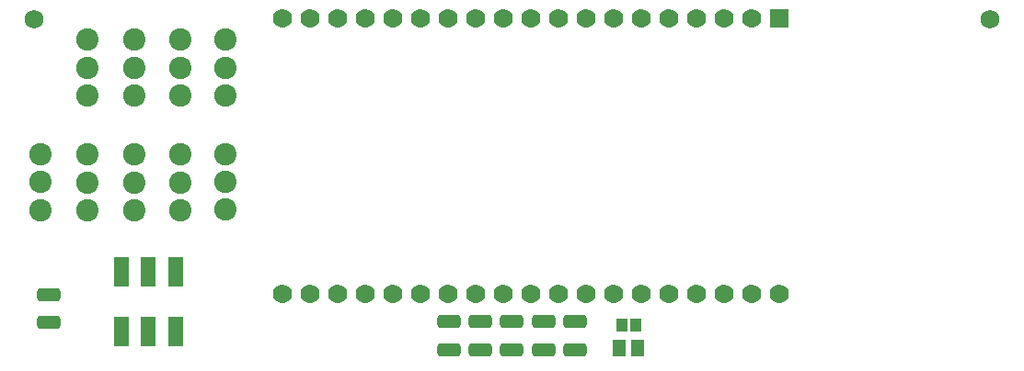
<source format=gts>
G04*
G04 #@! TF.GenerationSoftware,Altium Limited,Altium Designer,22.5.1 (42)*
G04*
G04 Layer_Color=8388736*
%FSLAX44Y44*%
%MOMM*%
G71*
G04*
G04 #@! TF.SameCoordinates,6AFA5DE7-E917-4A20-8E33-DC7232792B34*
G04*
G04*
G04 #@! TF.FilePolarity,Negative*
G04*
G01*
G75*
%ADD19R,1.4032X2.7032*%
G04:AMPARAMS|DCode=20|XSize=1.2032mm|YSize=2.2032mm|CornerRadius=0.3516mm|HoleSize=0mm|Usage=FLASHONLY|Rotation=270.000|XOffset=0mm|YOffset=0mm|HoleType=Round|Shape=RoundedRectangle|*
%AMROUNDEDRECTD20*
21,1,1.2032,1.5000,0,0,270.0*
21,1,0.5000,2.2032,0,0,270.0*
1,1,0.7032,-0.7500,-0.2500*
1,1,0.7032,-0.7500,0.2500*
1,1,0.7032,0.7500,0.2500*
1,1,0.7032,0.7500,-0.2500*
%
%ADD20ROUNDEDRECTD20*%
%ADD21R,1.1032X1.2032*%
%ADD22R,1.2032X1.6032*%
%ADD23C,2.0632*%
%ADD24C,1.7272*%
%ADD25R,1.7632X1.7632*%
%ADD26C,1.7632*%
D19*
X593490Y610040D02*
D03*
X618490D02*
D03*
X643490D02*
D03*
Y665040D02*
D03*
X618490D02*
D03*
X593490D02*
D03*
D20*
X953150Y593467D02*
D03*
X953135Y619347D02*
D03*
X895365Y593467D02*
D03*
X895350Y619347D02*
D03*
X982028D02*
D03*
X982042Y593467D02*
D03*
X1010920Y619347D02*
D03*
X1010935Y593467D02*
D03*
X924258D02*
D03*
X924242Y619347D02*
D03*
X527050Y618490D02*
D03*
X527035Y644370D02*
D03*
D21*
X1067100Y615950D02*
D03*
X1054100D02*
D03*
D22*
X1068950Y595550D02*
D03*
X1051950D02*
D03*
D23*
X605790Y773510D02*
D03*
Y747860D02*
D03*
Y722210D02*
D03*
X562610Y773510D02*
D03*
Y747860D02*
D03*
Y722210D02*
D03*
X689610Y722630D02*
D03*
Y748280D02*
D03*
Y773930D02*
D03*
Y879340D02*
D03*
Y853690D02*
D03*
Y828040D02*
D03*
X647700Y879340D02*
D03*
Y853690D02*
D03*
Y828040D02*
D03*
X605790Y879340D02*
D03*
Y853690D02*
D03*
Y828040D02*
D03*
X562610Y879340D02*
D03*
Y853690D02*
D03*
Y828040D02*
D03*
X647700Y722210D02*
D03*
Y747860D02*
D03*
Y773510D02*
D03*
X519430Y722380D02*
D03*
Y748030D02*
D03*
Y773680D02*
D03*
D24*
X1393190Y897890D02*
D03*
X513080D02*
D03*
D25*
X1198880Y899160D02*
D03*
D26*
X1173480D02*
D03*
X741680D02*
D03*
X1148080D02*
D03*
X1122680D02*
D03*
X1097280D02*
D03*
X1071880D02*
D03*
X1046480D02*
D03*
X1021080D02*
D03*
X995680D02*
D03*
X970280D02*
D03*
X944880D02*
D03*
X919480D02*
D03*
X894080D02*
D03*
X868680D02*
D03*
X843280D02*
D03*
X817880D02*
D03*
X792480D02*
D03*
X767080D02*
D03*
X1198880Y645160D02*
D03*
X1173480D02*
D03*
X1148080D02*
D03*
X1122680D02*
D03*
X1097280D02*
D03*
X1071880D02*
D03*
X1046480D02*
D03*
X1021080D02*
D03*
X995680D02*
D03*
X970280D02*
D03*
X944880D02*
D03*
X919480D02*
D03*
X894080D02*
D03*
X868680D02*
D03*
X843280D02*
D03*
X817880D02*
D03*
X792480D02*
D03*
X767080D02*
D03*
X741680D02*
D03*
M02*

</source>
